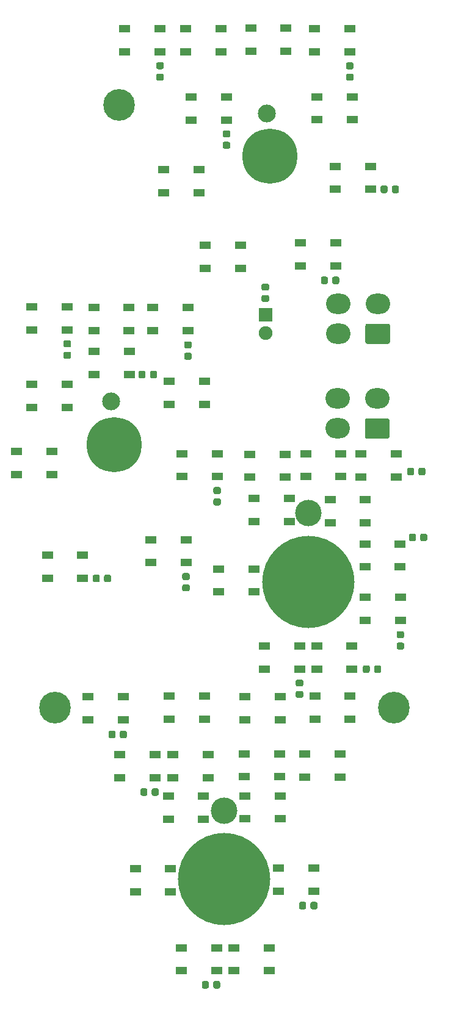
<source format=gbr>
%TF.GenerationSoftware,KiCad,Pcbnew,(5.1.6)-1*%
%TF.CreationDate,2020-12-18T19:44:17+11:00*%
%TF.ProjectId,EXT LT Panel PCB V2,45585420-4c54-4205-9061-6e656c205043,rev?*%
%TF.SameCoordinates,Original*%
%TF.FileFunction,Soldermask,Top*%
%TF.FilePolarity,Negative*%
%FSLAX46Y46*%
G04 Gerber Fmt 4.6, Leading zero omitted, Abs format (unit mm)*
G04 Created by KiCad (PCBNEW (5.1.6)-1) date 2020-12-18 19:44:17*
%MOMM*%
%LPD*%
G01*
G04 APERTURE LIST*
%ADD10C,12.800000*%
%ADD11C,3.672000*%
%ADD12C,4.400000*%
%ADD13C,7.640752*%
%ADD14C,2.481250*%
%ADD15O,3.400000X2.800000*%
%ADD16C,1.900000*%
%ADD17R,1.900000X1.900000*%
%ADD18R,1.600000X1.100000*%
G04 APERTURE END LIST*
D10*
%TO.C,3*%
X134410400Y-106248200D03*
X134410400Y-106248200D03*
D11*
X134410400Y-96723200D03*
%TD*%
D12*
%TO.C,5*%
X108121400Y-40081200D03*
%TD*%
%TO.C,6*%
X99231400Y-123710700D03*
%TD*%
%TO.C,7*%
X146221400Y-123710700D03*
%TD*%
D13*
%TO.C,1*%
X129076400Y-47193200D03*
D14*
X128657861Y-41207816D03*
D13*
X129076400Y-47193200D03*
%TD*%
%TO.C,2*%
X107486400Y-87198200D03*
D14*
X107067861Y-81212816D03*
D13*
X107486400Y-87198200D03*
%TD*%
D11*
%TO.C,4*%
X122726400Y-137998200D03*
D10*
X122726400Y-147523200D03*
X122726400Y-147523200D03*
%TD*%
%TO.C,R1*%
G36*
G01*
X128703250Y-65821200D02*
X128140750Y-65821200D01*
G75*
G02*
X127897000Y-65577450I0J243750D01*
G01*
X127897000Y-65089950D01*
G75*
G02*
X128140750Y-64846200I243750J0D01*
G01*
X128703250Y-64846200D01*
G75*
G02*
X128947000Y-65089950I0J-243750D01*
G01*
X128947000Y-65577450D01*
G75*
G02*
X128703250Y-65821200I-243750J0D01*
G01*
G37*
G36*
G01*
X128703250Y-67396200D02*
X128140750Y-67396200D01*
G75*
G02*
X127897000Y-67152450I0J243750D01*
G01*
X127897000Y-66664950D01*
G75*
G02*
X128140750Y-66421200I243750J0D01*
G01*
X128703250Y-66421200D01*
G75*
G02*
X128947000Y-66664950I0J-243750D01*
G01*
X128947000Y-67152450D01*
G75*
G02*
X128703250Y-67396200I-243750J0D01*
G01*
G37*
%TD*%
D15*
%TO.C,J2*%
X138434000Y-80760500D03*
X138434000Y-84960500D03*
X143934000Y-80760500D03*
G36*
G01*
X145374740Y-86360500D02*
X142493260Y-86360500D01*
G75*
G02*
X142234000Y-86101240I0J259260D01*
G01*
X142234000Y-83819760D01*
G75*
G02*
X142493260Y-83560500I259260J0D01*
G01*
X145374740Y-83560500D01*
G75*
G02*
X145634000Y-83819760I0J-259260D01*
G01*
X145634000Y-86101240D01*
G75*
G02*
X145374740Y-86360500I-259260J0D01*
G01*
G37*
%TD*%
%TO.C,J1*%
X138503000Y-67608300D03*
X138503000Y-71808300D03*
X144003000Y-67608300D03*
G36*
G01*
X145443740Y-73208300D02*
X142562260Y-73208300D01*
G75*
G02*
X142303000Y-72949040I0J259260D01*
G01*
X142303000Y-70667560D01*
G75*
G02*
X142562260Y-70408300I259260J0D01*
G01*
X145443740Y-70408300D01*
G75*
G02*
X145703000Y-70667560I0J-259260D01*
G01*
X145703000Y-72949040D01*
G75*
G02*
X145443740Y-73208300I-259260J0D01*
G01*
G37*
%TD*%
%TO.C,C21*%
G36*
G01*
X134676000Y-151459250D02*
X134676000Y-150896750D01*
G75*
G02*
X134919750Y-150653000I243750J0D01*
G01*
X135407250Y-150653000D01*
G75*
G02*
X135651000Y-150896750I0J-243750D01*
G01*
X135651000Y-151459250D01*
G75*
G02*
X135407250Y-151703000I-243750J0D01*
G01*
X134919750Y-151703000D01*
G75*
G02*
X134676000Y-151459250I0J243750D01*
G01*
G37*
G36*
G01*
X133101000Y-151459250D02*
X133101000Y-150896750D01*
G75*
G02*
X133344750Y-150653000I243750J0D01*
G01*
X133832250Y-150653000D01*
G75*
G02*
X134076000Y-150896750I0J-243750D01*
G01*
X134076000Y-151459250D01*
G75*
G02*
X133832250Y-151703000I-243750J0D01*
G01*
X133344750Y-151703000D01*
G75*
G02*
X133101000Y-151459250I0J243750D01*
G01*
G37*
%TD*%
%TO.C,C20*%
G36*
G01*
X121194000Y-162445250D02*
X121194000Y-161882750D01*
G75*
G02*
X121437750Y-161639000I243750J0D01*
G01*
X121925250Y-161639000D01*
G75*
G02*
X122169000Y-161882750I0J-243750D01*
G01*
X122169000Y-162445250D01*
G75*
G02*
X121925250Y-162689000I-243750J0D01*
G01*
X121437750Y-162689000D01*
G75*
G02*
X121194000Y-162445250I0J243750D01*
G01*
G37*
G36*
G01*
X119619000Y-162445250D02*
X119619000Y-161882750D01*
G75*
G02*
X119862750Y-161639000I243750J0D01*
G01*
X120350250Y-161639000D01*
G75*
G02*
X120594000Y-161882750I0J-243750D01*
G01*
X120594000Y-162445250D01*
G75*
G02*
X120350250Y-162689000I-243750J0D01*
G01*
X119862750Y-162689000D01*
G75*
G02*
X119619000Y-162445250I0J243750D01*
G01*
G37*
%TD*%
%TO.C,C19*%
G36*
G01*
X112670000Y-135693250D02*
X112670000Y-135130750D01*
G75*
G02*
X112913750Y-134887000I243750J0D01*
G01*
X113401250Y-134887000D01*
G75*
G02*
X113645000Y-135130750I0J-243750D01*
G01*
X113645000Y-135693250D01*
G75*
G02*
X113401250Y-135937000I-243750J0D01*
G01*
X112913750Y-135937000D01*
G75*
G02*
X112670000Y-135693250I0J243750D01*
G01*
G37*
G36*
G01*
X111095000Y-135693250D02*
X111095000Y-135130750D01*
G75*
G02*
X111338750Y-134887000I243750J0D01*
G01*
X111826250Y-134887000D01*
G75*
G02*
X112070000Y-135130750I0J-243750D01*
G01*
X112070000Y-135693250D01*
G75*
G02*
X111826250Y-135937000I-243750J0D01*
G01*
X111338750Y-135937000D01*
G75*
G02*
X111095000Y-135693250I0J243750D01*
G01*
G37*
%TD*%
%TO.C,C18*%
G36*
G01*
X108242000Y-127708250D02*
X108242000Y-127145750D01*
G75*
G02*
X108485750Y-126902000I243750J0D01*
G01*
X108973250Y-126902000D01*
G75*
G02*
X109217000Y-127145750I0J-243750D01*
G01*
X109217000Y-127708250D01*
G75*
G02*
X108973250Y-127952000I-243750J0D01*
G01*
X108485750Y-127952000D01*
G75*
G02*
X108242000Y-127708250I0J243750D01*
G01*
G37*
G36*
G01*
X106667000Y-127708250D02*
X106667000Y-127145750D01*
G75*
G02*
X106910750Y-126902000I243750J0D01*
G01*
X107398250Y-126902000D01*
G75*
G02*
X107642000Y-127145750I0J-243750D01*
G01*
X107642000Y-127708250D01*
G75*
G02*
X107398250Y-127952000I-243750J0D01*
G01*
X106910750Y-127952000D01*
G75*
G02*
X106667000Y-127708250I0J243750D01*
G01*
G37*
%TD*%
%TO.C,C17*%
G36*
G01*
X133446250Y-120772000D02*
X132883750Y-120772000D01*
G75*
G02*
X132640000Y-120528250I0J243750D01*
G01*
X132640000Y-120040750D01*
G75*
G02*
X132883750Y-119797000I243750J0D01*
G01*
X133446250Y-119797000D01*
G75*
G02*
X133690000Y-120040750I0J-243750D01*
G01*
X133690000Y-120528250D01*
G75*
G02*
X133446250Y-120772000I-243750J0D01*
G01*
G37*
G36*
G01*
X133446250Y-122347000D02*
X132883750Y-122347000D01*
G75*
G02*
X132640000Y-122103250I0J243750D01*
G01*
X132640000Y-121615750D01*
G75*
G02*
X132883750Y-121372000I243750J0D01*
G01*
X133446250Y-121372000D01*
G75*
G02*
X133690000Y-121615750I0J-243750D01*
G01*
X133690000Y-122103250D01*
G75*
G02*
X133446250Y-122347000I-243750J0D01*
G01*
G37*
%TD*%
%TO.C,C22*%
G36*
G01*
X147428250Y-114064000D02*
X146865750Y-114064000D01*
G75*
G02*
X146622000Y-113820250I0J243750D01*
G01*
X146622000Y-113332750D01*
G75*
G02*
X146865750Y-113089000I243750J0D01*
G01*
X147428250Y-113089000D01*
G75*
G02*
X147672000Y-113332750I0J-243750D01*
G01*
X147672000Y-113820250D01*
G75*
G02*
X147428250Y-114064000I-243750J0D01*
G01*
G37*
G36*
G01*
X147428250Y-115639000D02*
X146865750Y-115639000D01*
G75*
G02*
X146622000Y-115395250I0J243750D01*
G01*
X146622000Y-114907750D01*
G75*
G02*
X146865750Y-114664000I243750J0D01*
G01*
X147428250Y-114664000D01*
G75*
G02*
X147672000Y-114907750I0J-243750D01*
G01*
X147672000Y-115395250D01*
G75*
G02*
X147428250Y-115639000I-243750J0D01*
G01*
G37*
%TD*%
%TO.C,C15*%
G36*
G01*
X142903000Y-118077750D02*
X142903000Y-118640250D01*
G75*
G02*
X142659250Y-118884000I-243750J0D01*
G01*
X142171750Y-118884000D01*
G75*
G02*
X141928000Y-118640250I0J243750D01*
G01*
X141928000Y-118077750D01*
G75*
G02*
X142171750Y-117834000I243750J0D01*
G01*
X142659250Y-117834000D01*
G75*
G02*
X142903000Y-118077750I0J-243750D01*
G01*
G37*
G36*
G01*
X144478000Y-118077750D02*
X144478000Y-118640250D01*
G75*
G02*
X144234250Y-118884000I-243750J0D01*
G01*
X143746750Y-118884000D01*
G75*
G02*
X143503000Y-118640250I0J243750D01*
G01*
X143503000Y-118077750D01*
G75*
G02*
X143746750Y-117834000I243750J0D01*
G01*
X144234250Y-117834000D01*
G75*
G02*
X144478000Y-118077750I0J-243750D01*
G01*
G37*
%TD*%
%TO.C,C14*%
G36*
G01*
X149891000Y-100357250D02*
X149891000Y-99794750D01*
G75*
G02*
X150134750Y-99551000I243750J0D01*
G01*
X150622250Y-99551000D01*
G75*
G02*
X150866000Y-99794750I0J-243750D01*
G01*
X150866000Y-100357250D01*
G75*
G02*
X150622250Y-100601000I-243750J0D01*
G01*
X150134750Y-100601000D01*
G75*
G02*
X149891000Y-100357250I0J243750D01*
G01*
G37*
G36*
G01*
X148316000Y-100357250D02*
X148316000Y-99794750D01*
G75*
G02*
X148559750Y-99551000I243750J0D01*
G01*
X149047250Y-99551000D01*
G75*
G02*
X149291000Y-99794750I0J-243750D01*
G01*
X149291000Y-100357250D01*
G75*
G02*
X149047250Y-100601000I-243750J0D01*
G01*
X148559750Y-100601000D01*
G75*
G02*
X148316000Y-100357250I0J243750D01*
G01*
G37*
%TD*%
%TO.C,C13*%
G36*
G01*
X149052000Y-90650750D02*
X149052000Y-91213250D01*
G75*
G02*
X148808250Y-91457000I-243750J0D01*
G01*
X148320750Y-91457000D01*
G75*
G02*
X148077000Y-91213250I0J243750D01*
G01*
X148077000Y-90650750D01*
G75*
G02*
X148320750Y-90407000I243750J0D01*
G01*
X148808250Y-90407000D01*
G75*
G02*
X149052000Y-90650750I0J-243750D01*
G01*
G37*
G36*
G01*
X150627000Y-90650750D02*
X150627000Y-91213250D01*
G75*
G02*
X150383250Y-91457000I-243750J0D01*
G01*
X149895750Y-91457000D01*
G75*
G02*
X149652000Y-91213250I0J243750D01*
G01*
X149652000Y-90650750D01*
G75*
G02*
X149895750Y-90407000I243750J0D01*
G01*
X150383250Y-90407000D01*
G75*
G02*
X150627000Y-90650750I0J-243750D01*
G01*
G37*
%TD*%
%TO.C,C12*%
G36*
G01*
X122016250Y-94056000D02*
X121453750Y-94056000D01*
G75*
G02*
X121210000Y-93812250I0J243750D01*
G01*
X121210000Y-93324750D01*
G75*
G02*
X121453750Y-93081000I243750J0D01*
G01*
X122016250Y-93081000D01*
G75*
G02*
X122260000Y-93324750I0J-243750D01*
G01*
X122260000Y-93812250D01*
G75*
G02*
X122016250Y-94056000I-243750J0D01*
G01*
G37*
G36*
G01*
X122016250Y-95631000D02*
X121453750Y-95631000D01*
G75*
G02*
X121210000Y-95387250I0J243750D01*
G01*
X121210000Y-94899750D01*
G75*
G02*
X121453750Y-94656000I243750J0D01*
G01*
X122016250Y-94656000D01*
G75*
G02*
X122260000Y-94899750I0J-243750D01*
G01*
X122260000Y-95387250D01*
G75*
G02*
X122016250Y-95631000I-243750J0D01*
G01*
G37*
%TD*%
%TO.C,C11*%
G36*
G01*
X105466000Y-105489750D02*
X105466000Y-106052250D01*
G75*
G02*
X105222250Y-106296000I-243750J0D01*
G01*
X104734750Y-106296000D01*
G75*
G02*
X104491000Y-106052250I0J243750D01*
G01*
X104491000Y-105489750D01*
G75*
G02*
X104734750Y-105246000I243750J0D01*
G01*
X105222250Y-105246000D01*
G75*
G02*
X105466000Y-105489750I0J-243750D01*
G01*
G37*
G36*
G01*
X107041000Y-105489750D02*
X107041000Y-106052250D01*
G75*
G02*
X106797250Y-106296000I-243750J0D01*
G01*
X106309750Y-106296000D01*
G75*
G02*
X106066000Y-106052250I0J243750D01*
G01*
X106066000Y-105489750D01*
G75*
G02*
X106309750Y-105246000I243750J0D01*
G01*
X106797250Y-105246000D01*
G75*
G02*
X107041000Y-105489750I0J-243750D01*
G01*
G37*
%TD*%
%TO.C,C10*%
G36*
G01*
X117700250Y-105991000D02*
X117137750Y-105991000D01*
G75*
G02*
X116894000Y-105747250I0J243750D01*
G01*
X116894000Y-105259750D01*
G75*
G02*
X117137750Y-105016000I243750J0D01*
G01*
X117700250Y-105016000D01*
G75*
G02*
X117944000Y-105259750I0J-243750D01*
G01*
X117944000Y-105747250D01*
G75*
G02*
X117700250Y-105991000I-243750J0D01*
G01*
G37*
G36*
G01*
X117700250Y-107566000D02*
X117137750Y-107566000D01*
G75*
G02*
X116894000Y-107322250I0J243750D01*
G01*
X116894000Y-106834750D01*
G75*
G02*
X117137750Y-106591000I243750J0D01*
G01*
X117700250Y-106591000D01*
G75*
G02*
X117944000Y-106834750I0J-243750D01*
G01*
X117944000Y-107322250D01*
G75*
G02*
X117700250Y-107566000I-243750J0D01*
G01*
G37*
%TD*%
%TO.C,C9*%
G36*
G01*
X101238250Y-73697700D02*
X100675750Y-73697700D01*
G75*
G02*
X100432000Y-73453950I0J243750D01*
G01*
X100432000Y-72966450D01*
G75*
G02*
X100675750Y-72722700I243750J0D01*
G01*
X101238250Y-72722700D01*
G75*
G02*
X101482000Y-72966450I0J-243750D01*
G01*
X101482000Y-73453950D01*
G75*
G02*
X101238250Y-73697700I-243750J0D01*
G01*
G37*
G36*
G01*
X101238250Y-75272700D02*
X100675750Y-75272700D01*
G75*
G02*
X100432000Y-75028950I0J243750D01*
G01*
X100432000Y-74541450D01*
G75*
G02*
X100675750Y-74297700I243750J0D01*
G01*
X101238250Y-74297700D01*
G75*
G02*
X101482000Y-74541450I0J-243750D01*
G01*
X101482000Y-75028950D01*
G75*
G02*
X101238250Y-75272700I-243750J0D01*
G01*
G37*
%TD*%
%TO.C,C8*%
G36*
G01*
X111823000Y-77186250D02*
X111823000Y-77748750D01*
G75*
G02*
X111579250Y-77992500I-243750J0D01*
G01*
X111091750Y-77992500D01*
G75*
G02*
X110848000Y-77748750I0J243750D01*
G01*
X110848000Y-77186250D01*
G75*
G02*
X111091750Y-76942500I243750J0D01*
G01*
X111579250Y-76942500D01*
G75*
G02*
X111823000Y-77186250I0J-243750D01*
G01*
G37*
G36*
G01*
X113398000Y-77186250D02*
X113398000Y-77748750D01*
G75*
G02*
X113154250Y-77992500I-243750J0D01*
G01*
X112666750Y-77992500D01*
G75*
G02*
X112423000Y-77748750I0J243750D01*
G01*
X112423000Y-77186250D01*
G75*
G02*
X112666750Y-76942500I243750J0D01*
G01*
X113154250Y-76942500D01*
G75*
G02*
X113398000Y-77186250I0J-243750D01*
G01*
G37*
%TD*%
%TO.C,C7*%
G36*
G01*
X140420250Y-35115300D02*
X139857750Y-35115300D01*
G75*
G02*
X139614000Y-34871550I0J243750D01*
G01*
X139614000Y-34384050D01*
G75*
G02*
X139857750Y-34140300I243750J0D01*
G01*
X140420250Y-34140300D01*
G75*
G02*
X140664000Y-34384050I0J-243750D01*
G01*
X140664000Y-34871550D01*
G75*
G02*
X140420250Y-35115300I-243750J0D01*
G01*
G37*
G36*
G01*
X140420250Y-36690300D02*
X139857750Y-36690300D01*
G75*
G02*
X139614000Y-36446550I0J243750D01*
G01*
X139614000Y-35959050D01*
G75*
G02*
X139857750Y-35715300I243750J0D01*
G01*
X140420250Y-35715300D01*
G75*
G02*
X140664000Y-35959050I0J-243750D01*
G01*
X140664000Y-36446550D01*
G75*
G02*
X140420250Y-36690300I-243750J0D01*
G01*
G37*
%TD*%
%TO.C,C6*%
G36*
G01*
X117967250Y-73837500D02*
X117404750Y-73837500D01*
G75*
G02*
X117161000Y-73593750I0J243750D01*
G01*
X117161000Y-73106250D01*
G75*
G02*
X117404750Y-72862500I243750J0D01*
G01*
X117967250Y-72862500D01*
G75*
G02*
X118211000Y-73106250I0J-243750D01*
G01*
X118211000Y-73593750D01*
G75*
G02*
X117967250Y-73837500I-243750J0D01*
G01*
G37*
G36*
G01*
X117967250Y-75412500D02*
X117404750Y-75412500D01*
G75*
G02*
X117161000Y-75168750I0J243750D01*
G01*
X117161000Y-74681250D01*
G75*
G02*
X117404750Y-74437500I243750J0D01*
G01*
X117967250Y-74437500D01*
G75*
G02*
X118211000Y-74681250I0J-243750D01*
G01*
X118211000Y-75168750D01*
G75*
G02*
X117967250Y-75412500I-243750J0D01*
G01*
G37*
%TD*%
%TO.C,C5*%
G36*
G01*
X137704000Y-64677850D02*
X137704000Y-64115350D01*
G75*
G02*
X137947750Y-63871600I243750J0D01*
G01*
X138435250Y-63871600D01*
G75*
G02*
X138679000Y-64115350I0J-243750D01*
G01*
X138679000Y-64677850D01*
G75*
G02*
X138435250Y-64921600I-243750J0D01*
G01*
X137947750Y-64921600D01*
G75*
G02*
X137704000Y-64677850I0J243750D01*
G01*
G37*
G36*
G01*
X136129000Y-64677850D02*
X136129000Y-64115350D01*
G75*
G02*
X136372750Y-63871600I243750J0D01*
G01*
X136860250Y-63871600D01*
G75*
G02*
X137104000Y-64115350I0J-243750D01*
G01*
X137104000Y-64677850D01*
G75*
G02*
X136860250Y-64921600I-243750J0D01*
G01*
X136372750Y-64921600D01*
G75*
G02*
X136129000Y-64677850I0J243750D01*
G01*
G37*
%TD*%
%TO.C,C4*%
G36*
G01*
X145374000Y-51483950D02*
X145374000Y-52046450D01*
G75*
G02*
X145130250Y-52290200I-243750J0D01*
G01*
X144642750Y-52290200D01*
G75*
G02*
X144399000Y-52046450I0J243750D01*
G01*
X144399000Y-51483950D01*
G75*
G02*
X144642750Y-51240200I243750J0D01*
G01*
X145130250Y-51240200D01*
G75*
G02*
X145374000Y-51483950I0J-243750D01*
G01*
G37*
G36*
G01*
X146949000Y-51483950D02*
X146949000Y-52046450D01*
G75*
G02*
X146705250Y-52290200I-243750J0D01*
G01*
X146217750Y-52290200D01*
G75*
G02*
X145974000Y-52046450I0J243750D01*
G01*
X145974000Y-51483950D01*
G75*
G02*
X146217750Y-51240200I243750J0D01*
G01*
X146705250Y-51240200D01*
G75*
G02*
X146949000Y-51483950I0J-243750D01*
G01*
G37*
%TD*%
%TO.C,C3*%
G36*
G01*
X123319250Y-44563900D02*
X122756750Y-44563900D01*
G75*
G02*
X122513000Y-44320150I0J243750D01*
G01*
X122513000Y-43832650D01*
G75*
G02*
X122756750Y-43588900I243750J0D01*
G01*
X123319250Y-43588900D01*
G75*
G02*
X123563000Y-43832650I0J-243750D01*
G01*
X123563000Y-44320150D01*
G75*
G02*
X123319250Y-44563900I-243750J0D01*
G01*
G37*
G36*
G01*
X123319250Y-46138900D02*
X122756750Y-46138900D01*
G75*
G02*
X122513000Y-45895150I0J243750D01*
G01*
X122513000Y-45407650D01*
G75*
G02*
X122756750Y-45163900I243750J0D01*
G01*
X123319250Y-45163900D01*
G75*
G02*
X123563000Y-45407650I0J-243750D01*
G01*
X123563000Y-45895150D01*
G75*
G02*
X123319250Y-46138900I-243750J0D01*
G01*
G37*
%TD*%
%TO.C,C2*%
G36*
G01*
X114101250Y-35095000D02*
X113538750Y-35095000D01*
G75*
G02*
X113295000Y-34851250I0J243750D01*
G01*
X113295000Y-34363750D01*
G75*
G02*
X113538750Y-34120000I243750J0D01*
G01*
X114101250Y-34120000D01*
G75*
G02*
X114345000Y-34363750I0J-243750D01*
G01*
X114345000Y-34851250D01*
G75*
G02*
X114101250Y-35095000I-243750J0D01*
G01*
G37*
G36*
G01*
X114101250Y-36670000D02*
X113538750Y-36670000D01*
G75*
G02*
X113295000Y-36426250I0J243750D01*
G01*
X113295000Y-35938750D01*
G75*
G02*
X113538750Y-35695000I243750J0D01*
G01*
X114101250Y-35695000D01*
G75*
G02*
X114345000Y-35938750I0J-243750D01*
G01*
X114345000Y-36426250D01*
G75*
G02*
X114101250Y-36670000I-243750J0D01*
G01*
G37*
%TD*%
D16*
%TO.C,D45*%
X128422000Y-71752500D03*
D17*
X128422000Y-69212500D03*
%TD*%
D18*
%TO.C,D14*%
X104648000Y-74269600D03*
X104648000Y-77469600D03*
X109548000Y-74269600D03*
X109548000Y-77469600D03*
%TD*%
%TO.C,D40*%
X130279000Y-145999000D03*
X130279000Y-149199000D03*
X135179000Y-145999000D03*
X135179000Y-149199000D03*
%TD*%
%TO.C,D44*%
X114960000Y-135992000D03*
X114960000Y-139192000D03*
X119860000Y-135992000D03*
X119860000Y-139192000D03*
%TD*%
%TO.C,D43*%
X110388000Y-146050000D03*
X110388000Y-149250000D03*
X115288000Y-146050000D03*
X115288000Y-149250000D03*
%TD*%
%TO.C,D42*%
X116789000Y-157023000D03*
X116789000Y-160223000D03*
X121689000Y-157023000D03*
X121689000Y-160223000D03*
%TD*%
%TO.C,D41*%
X124054000Y-157023000D03*
X124054000Y-160223000D03*
X128954000Y-157023000D03*
X128954000Y-160223000D03*
%TD*%
%TO.C,D39*%
X125605000Y-135941000D03*
X125605000Y-139141000D03*
X130505000Y-135941000D03*
X130505000Y-139141000D03*
%TD*%
%TO.C,D38*%
X133858000Y-130150000D03*
X133858000Y-133350000D03*
X138758000Y-130150000D03*
X138758000Y-133350000D03*
%TD*%
%TO.C,D37*%
X125476000Y-130099000D03*
X125476000Y-133299000D03*
X130376000Y-130099000D03*
X130376000Y-133299000D03*
%TD*%
%TO.C,D36*%
X115621000Y-130200000D03*
X115621000Y-133400000D03*
X120521000Y-130200000D03*
X120521000Y-133400000D03*
%TD*%
%TO.C,D35*%
X108255000Y-130251000D03*
X108255000Y-133451000D03*
X113155000Y-130251000D03*
X113155000Y-133451000D03*
%TD*%
%TO.C,D34*%
X135280000Y-122123000D03*
X135280000Y-125323000D03*
X140180000Y-122123000D03*
X140180000Y-125323000D03*
%TD*%
%TO.C,D33*%
X125617000Y-122149000D03*
X125617000Y-125349000D03*
X130517000Y-122149000D03*
X130517000Y-125349000D03*
%TD*%
%TO.C,D32*%
X115062000Y-122123000D03*
X115062000Y-125323000D03*
X119962000Y-122123000D03*
X119962000Y-125323000D03*
%TD*%
%TO.C,D31*%
X103835000Y-122174000D03*
X103835000Y-125374000D03*
X108735000Y-122174000D03*
X108735000Y-125374000D03*
%TD*%
%TO.C,D30*%
X121971000Y-104445000D03*
X121971000Y-107645000D03*
X126871000Y-104445000D03*
X126871000Y-107645000D03*
%TD*%
%TO.C,D29*%
X128270000Y-115164000D03*
X128270000Y-118364000D03*
X133170000Y-115164000D03*
X133170000Y-118364000D03*
%TD*%
%TO.C,D28*%
X135534000Y-115164000D03*
X135534000Y-118364000D03*
X140434000Y-115164000D03*
X140434000Y-118364000D03*
%TD*%
%TO.C,D27*%
X142240000Y-108407000D03*
X142240000Y-111607000D03*
X147140000Y-108407000D03*
X147140000Y-111607000D03*
%TD*%
%TO.C,D26*%
X142228000Y-100965000D03*
X142228000Y-104165000D03*
X147128000Y-100965000D03*
X147128000Y-104165000D03*
%TD*%
%TO.C,D25*%
X137402000Y-94818400D03*
X137402000Y-98018400D03*
X142302000Y-94818400D03*
X142302000Y-98018400D03*
%TD*%
%TO.C,D24*%
X126836000Y-94666000D03*
X126836000Y-97866000D03*
X131736000Y-94666000D03*
X131736000Y-97866000D03*
%TD*%
%TO.C,D23*%
X141670000Y-88468400D03*
X141670000Y-91668400D03*
X146570000Y-88468400D03*
X146570000Y-91668400D03*
%TD*%
%TO.C,D22*%
X134010000Y-88442800D03*
X134010000Y-91642800D03*
X138910000Y-88442800D03*
X138910000Y-91642800D03*
%TD*%
%TO.C,D21*%
X126277000Y-88519200D03*
X126277000Y-91719200D03*
X131177000Y-88519200D03*
X131177000Y-91719200D03*
%TD*%
%TO.C,D20*%
X96062800Y-78841600D03*
X96062800Y-82041600D03*
X100962800Y-78841600D03*
X100962800Y-82041600D03*
%TD*%
%TO.C,D19*%
X93917600Y-88112800D03*
X93917600Y-91312800D03*
X98817600Y-88112800D03*
X98817600Y-91312800D03*
%TD*%
%TO.C,D18*%
X98196000Y-102565000D03*
X98196000Y-105765000D03*
X103096000Y-102565000D03*
X103096000Y-105765000D03*
%TD*%
%TO.C,D17*%
X112522000Y-100381000D03*
X112522000Y-103581000D03*
X117422000Y-100381000D03*
X117422000Y-103581000D03*
%TD*%
%TO.C,D16*%
X116840000Y-88442800D03*
X116840000Y-91642800D03*
X121740000Y-88442800D03*
X121740000Y-91642800D03*
%TD*%
%TO.C,D15*%
X115062000Y-78384400D03*
X115062000Y-81584400D03*
X119962000Y-78384400D03*
X119962000Y-81584400D03*
%TD*%
%TO.C,D13*%
X112776000Y-68173600D03*
X112776000Y-71373600D03*
X117676000Y-68173600D03*
X117676000Y-71373600D03*
%TD*%
%TO.C,D12*%
X104636000Y-68148400D03*
X104636000Y-71348400D03*
X109536000Y-68148400D03*
X109536000Y-71348400D03*
%TD*%
%TO.C,D11*%
X96051200Y-68097600D03*
X96051200Y-71297600D03*
X100951200Y-68097600D03*
X100951200Y-71297600D03*
%TD*%
%TO.C,D10*%
X118149000Y-38938400D03*
X118149000Y-42138400D03*
X123049000Y-38938400D03*
X123049000Y-42138400D03*
%TD*%
%TO.C,D9*%
X114339000Y-48996800D03*
X114339000Y-52196800D03*
X119239000Y-48996800D03*
X119239000Y-52196800D03*
%TD*%
%TO.C,D8*%
X120119000Y-59537600D03*
X120119000Y-62737600D03*
X125019000Y-59537600D03*
X125019000Y-62737600D03*
%TD*%
%TO.C,D7*%
X133299000Y-59182000D03*
X133299000Y-62382000D03*
X138199000Y-59182000D03*
X138199000Y-62382000D03*
%TD*%
%TO.C,D6*%
X138125000Y-48564800D03*
X138125000Y-51764800D03*
X143025000Y-48564800D03*
X143025000Y-51764800D03*
%TD*%
%TO.C,D5*%
X135562000Y-38912800D03*
X135562000Y-42112800D03*
X140462000Y-38912800D03*
X140462000Y-42112800D03*
%TD*%
%TO.C,D4*%
X135230000Y-29464000D03*
X135230000Y-32664000D03*
X140130000Y-29464000D03*
X140130000Y-32664000D03*
%TD*%
%TO.C,D3*%
X126390000Y-29413200D03*
X126390000Y-32613200D03*
X131290000Y-29413200D03*
X131290000Y-32613200D03*
%TD*%
%TO.C,D2*%
X117387000Y-29438800D03*
X117387000Y-32638800D03*
X122287000Y-29438800D03*
X122287000Y-32638800D03*
%TD*%
%TO.C,D1*%
X108915000Y-29464000D03*
X108915000Y-32664000D03*
X113815000Y-29464000D03*
X113815000Y-32664000D03*
%TD*%
M02*

</source>
